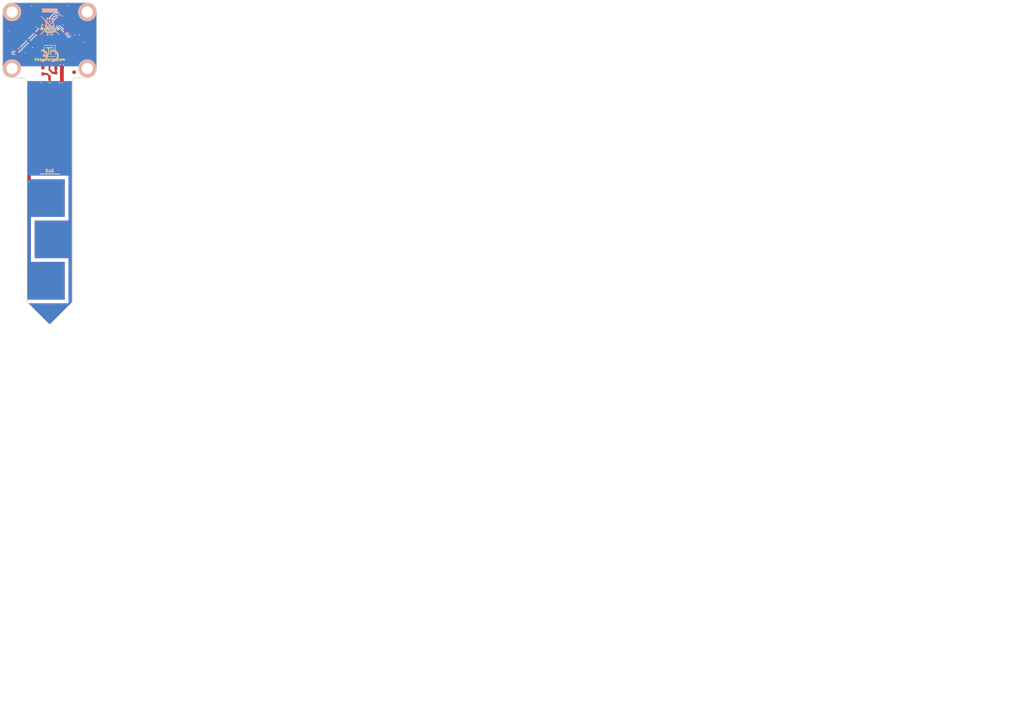
<source format=kicad_pcb>
(kicad_pcb (version 20221018) (generator pcbnew)
  (title_block (title "Moisture Bricklet") (rev "1.1") (company "Tinkerforge GmbH") (comment 1 "Licensed under CERN OHL v.1.1") (comment 2 "Copyright (©) 2014, B.Nordmeyer <bastian@tinkerforge.com>"))
  (layers (0 "F.Cu" signal) (31 "B.Cu" signal) (34 "B.Paste" user) (35 "F.Paste" user) (36 "B.SilkS" user "B.Silkscreen") (37 "F.SilkS" user "F.Silkscreen") (38 "B.Mask" user) (39 "F.Mask" user) (44 "Edge.Cuts" user))
  (net 0 "")
  (net 1 "GND")
  (net 2 "VCC")
  (net 3 "Net-(P1-Pad4)")
  (net 4 "Net-(P1-Pad5)")
  (net 5 "Net-(P1-Pad6)")
  (net 6 "Net-(C2-Pad1)")
  (net 7 "Net-(C5-Pad1)")
  (net 8 "Net-(D1-Pad1)")
  (net 9 "RESET")
  (net 10 "CLK")
  (net 11 "Net-(C3-Pad1)")
  (net 12 "Net-(R3-Pad1)")
  (net 13 "Net-(P1-Pad1)")
  (net 14 "Net-(P1-Pad10)")
  (net 15 "Net-(U1-Pad7)")
  (footprint "kicad-libraries:Logo_31x31" (layer "F.Cu") (at 134.425 78.375)
    (fp_text reference "G***" hide)
    (fp_text value "Logo_31x31" hide)
  )
  (footprint "kicad-libraries:SOD-123" (layer "F.Cu") (at 135.95 85.25 90)
    (fp_text reference "D1")
    (fp_text value "B0520LW")
    (pad "1" smd rect (at -1.84912 0 90) (size 1.19888 0.70104) (layers "F.Cu" "F.Paste" "F.Mask") (net 8 "Net-(D1-Pad1)") (clearance 0.14986))
    (pad "2" smd rect (at 1.84912 0 90) (size 1.19888 0.70104) (layers "F.Cu" "F.Paste" "F.Mask") (net 6 "Net-(C2-Pad1)") (clearance 0.14986))
  )
  (footprint "kicad-libraries:CON-SENSOR" (layer "F.Cu") (at 136 67.1 180)
    (fp_text reference "P1")
    (fp_text value "CON-SENSOR")
    (pad "1" smd rect (at -4.50088 -4.7752 180) (size 0.59944 1.5494) (layers "F.Cu" "F.Paste" "F.Mask") (net 13 "Net-(P1-Pad1)"))
    (pad "2" smd rect (at -3.50012 -4.7752 180) (size 0.59944 1.5494) (layers "F.Cu" "F.Paste" "F.Mask") (net 1 "GND"))
    (pad "3" smd rect (at -2.49936 -4.7752 180) (size 0.59944 1.5494) (layers "F.Cu" "F.Paste" "F.Mask") (net 2 "VCC"))
    (pad "4" smd rect (at -1.50114 -4.7752 180) (size 0.59944 1.5494) (layers "F.Cu" "F.Paste" "F.Mask") (net 3 "Net-(P1-Pad4)"))
    (pad "5" smd rect (at -0.50038 -4.7752 180) (size 0.59944 1.5494) (layers "F.Cu" "F.Paste" "F.Mask") (net 4 "Net-(P1-Pad5)"))
    (pad "6" smd rect (at 0.50038 -4.7752 180) (size 0.59944 1.5494) (layers "F.Cu" "F.Paste" "F.Mask") (net 5 "Net-(P1-Pad6)"))
    (pad "7" smd rect (at 1.50114 -4.7752 180) (size 0.59944 1.5494) (layers "F.Cu" "F.Paste" "F.Mask") (net 6 "Net-(C2-Pad1)"))
    (pad "8" smd rect (at 2.49936 -4.7752 180) (size 0.59944 1.5494) (layers "F.Cu" "F.Paste" "F.Mask") (net 9 "RESET"))
    (pad "9" smd rect (at 3.50012 -4.7752 180) (size 0.59944 1.5494) (layers "F.Cu" "F.Paste" "F.Mask") (net 1 "GND"))
    (pad "10" smd rect (at 4.50088 -4.7752 180) (size 0.59944 1.5494) (layers "F.Cu" "F.Paste" "F.Mask") (net 14 "Net-(P1-Pad10)"))
    (pad "EP" smd rect (at -5.79882 -0.89916 180) (size 1.19888 1.80086) (layers "F.Cu" "F.Paste" "F.Mask") (net 1 "GND"))
    (pad "EP" smd rect (at 5.79882 -0.89916 180) (size 1.19888 1.80086) (layers "F.Cu" "F.Paste" "F.Mask") (net 1 "GND"))
  )
  (footprint "kicad-libraries:con" (layer "F.Cu") (at 136 88.45)
    (fp_text reference "P2" (at 0 0) (layer "F.SilkS") (effects (font (size 0.127 0.127) (thickness 0.03175))))
    (fp_text value "CONN_1" (at 0 0) (layer "F.SilkS") (effects (font (size 0.127 0.127) (thickness 0.03175))))
    (pad "1" smd rect (at 0 0) (size 0.3 0.3) (layers "F.Cu" "F.Paste" "F.Mask") (net 8 "Net-(D1-Pad1)"))
  )
  (footprint "kicad-libraries:con" (layer "F.Cu") (at 139.25 88.45)
    (fp_text reference "P3" (at 0 0) (layer "F.SilkS") (effects (font (size 0.127 0.127) (thickness 0.03175))))
    (fp_text value "CONN_1" (at 0 0) (layer "F.SilkS") (effects (font (size 0.127 0.127) (thickness 0.03175))))
    (pad "1" smd rect (at 0 0) (size 0.3 0.3) (layers "F.Cu" "F.Paste" "F.Mask") (net 1 "GND"))
  )
  (footprint "kicad-libraries:SOIC8" (layer "F.Cu") (at 142 77.1 180)
    (fp_text reference "U1")
    (fp_text value "M24C64")
    (pad "1" smd rect (at -1.90246 2.69748) (size 0.59944 1.5494) (layers "F.Cu" "F.Paste" "F.Mask") (net 1 "GND"))
    (pad "2" smd rect (at -0.63246 2.69748) (size 0.59944 1.5494) (layers "F.Cu" "F.Paste" "F.Mask") (net 1 "GND"))
    (pad "3" smd rect (at 0.63246 2.69748) (size 0.59944 1.5494) (layers "F.Cu" "F.Paste" "F.Mask") (net 5 "Net-(P1-Pad6)"))
    (pad "4" smd rect (at 1.90246 2.69748) (size 0.59944 1.5494) (layers "F.Cu" "F.Paste" "F.Mask") (net 1 "GND"))
    (pad "5" smd rect (at 1.90246 -2.69748 180) (size 0.59944 1.5494) (layers "F.Cu" "F.Paste" "F.Mask") (net 4 "Net-(P1-Pad5)"))
    (pad "6" smd rect (at 0.63246 -2.69748 180) (size 0.59944 1.5494) (layers "F.Cu" "F.Paste" "F.Mask") (net 3 "Net-(P1-Pad4)"))
    (pad "7" smd rect (at -0.63246 -2.69748 180) (size 0.59944 1.5494) (layers "F.Cu" "F.Paste" "F.Mask") (net 15 "Net-(U1-Pad7)"))
    (pad "8" smd rect (at -1.90246 -2.69748 180) (size 0.59944 1.5494) (layers "F.Cu" "F.Paste" "F.Mask") (net 2 "VCC"))
  )
  (footprint "kicad-libraries:SOIC8" (layer "F.Cu") (at 130 77.1 90)
    (fp_text reference "U2")
    (fp_text value "ICM7555")
    (pad "1" smd rect (at -1.90246 2.69748 270) (size 0.59944 1.5494) (layers "F.Cu" "F.Paste" "F.Mask") (net 1 "GND"))
    (pad "2" smd rect (at -0.63246 2.69748 270) (size 0.59944 1.5494) (layers "F.Cu" "F.Paste" "F.Mask") (net 11 "Net-(C3-Pad1)"))
    (pad "3" smd rect (at 0.63246 2.69748 270) (size 0.59944 1.5494) (layers "F.Cu" "F.Paste" "F.Mask") (net 10 "CLK"))
    (pad "4" smd rect (at 1.90246 2.69748 270) (size 0.59944 1.5494) (layers "F.Cu" "F.Paste" "F.Mask") (net 9 "RESET"))
    (pad "5" smd rect (at 1.90246 -2.69748 90) (size 0.59944 1.5494) (layers "F.Cu" "F.Paste" "F.Mask") (net 7 "Net-(C5-Pad1)"))
    (pad "6" smd rect (at 0.63246 -2.69748 90) (size 0.59944 1.5494) (layers "F.Cu" "F.Paste" "F.Mask") (net 11 "Net-(C3-Pad1)"))
    (pad "7" smd rect (at -0.63246 -2.69748 90) (size 0.59944 1.5494) (layers "F.Cu" "F.Paste" "F.Mask") (net 12 "Net-(R3-Pad1)"))
    (pad "8" smd rect (at -1.90246 -2.69748 90) (size 0.59944 1.5494) (layers "F.Cu" "F.Paste" "F.Mask") (net 2 "VCC"))
  )
  (footprint "kicad-libraries:DRILL_NP" (layer "F.Cu") (at 146 69.6)
    (fp_text reference "U3" hide)
    (fp_text value "DRILL" hide)
    (pad "" np_thru_hole circle (at 0 0) (size 2.99974 2.99974) (drill 2.99974) (layers "*.Cu" "*.Mask" "F.SilkS") (clearance 0.89916))
  )
  (footprint "kicad-libraries:DRILL_NP" (layer "F.Cu") (at 126 69.6)
    (fp_text reference "U4" hide)
    (fp_text value "DRILL" hide)
    (pad "" np_thru_hole circle (at 0 0) (size 2.99974 2.99974) (drill 2.99974) (layers "*.Cu" "*.Mask" "F.SilkS") (clearance 0.89916))
  )
  (footprint "kicad-libraries:DRILL_NP" (layer "F.Cu") (at 146 84.6)
    (fp_text reference "U5" hide)
    (fp_text value "DRILL" hide)
    (pad "" np_thru_hole circle (at 0 0) (size 2.99974 2.99974) (drill 2.99974) (layers "*.Cu" "*.Mask" "F.SilkS") (clearance 0.89916))
  )
  (footprint "kicad-libraries:DRILL_NP" (layer "F.Cu") (at 126 84.6)
    (fp_text reference "U6" hide)
    (fp_text value "DRILL" hide)
    (pad "" np_thru_hole circle (at 0 0) (size 2.99974 2.99974) (drill 2.99974) (layers "*.Cu" "*.Mask" "F.SilkS") (clearance 0.89916))
  )
  (footprint "kicad-libraries:Fiducial_Mark" (layer "F.Cu") (at 129 72.6)
    (fp_text reference "Fiducial_Mark" hide)
    (fp_text value "VAL**" hide)
    (pad "1" smd circle (at 0 0) (size 1.00076 1.00076) (layers "F.Cu" "F.Paste" "F.Mask") (clearance 0.65024))
  )
  (footprint "kicad-libraries:Fiducial_Mark" (layer "F.Cu") (at 142.5 85.6)
    (fp_text reference "Fiducial_Mark" hide)
    (fp_text value "VAL**" hide)
    (pad "1" smd circle (at 0 0) (size 1.00076 1.00076) (layers "F.Cu" "F.Paste" "F.Mask") (clearance 0.65024))
  )
  (footprint "kicad-libraries:C0603" (layer "F.Cu") (at 145.25 79.3 90)
    (fp_text reference "C1")
    (fp_text value "100nF")
    (pad "1" smd rect (at -0.8001 0 90) (size 0.8001 0.8001) (layers "F.Cu" "F.Paste" "F.Mask") (net 2 "VCC"))
    (pad "2" smd rect (at 0.8001 0 90) (size 0.8001 0.8001) (layers "F.Cu" "F.Paste" "F.Mask") (net 1 "GND"))
  )
  (footprint "kicad-libraries:C0603" (layer "F.Cu") (at 138.45 85.8)
    (fp_text reference "C2")
    (fp_text value "1µF")
    (pad "1" smd rect (at -0.8001 0) (size 0.8001 0.8001) (layers "F.Cu" "F.Paste" "F.Mask") (net 6 "Net-(C2-Pad1)"))
    (pad "2" smd rect (at 0.8001 0) (size 0.8001 0.8001) (layers "F.Cu" "F.Paste" "F.Mask") (net 1 "GND"))
  )
  (footprint "kicad-libraries:C0603" (layer "F.Cu") (at 125.3 76 90)
    (fp_text reference "C3")
    (fp_text value "100pF")
    (pad "1" smd rect (at -0.8001 0 90) (size 0.8001 0.8001) (layers "F.Cu" "F.Paste" "F.Mask") (net 11 "Net-(C3-Pad1)"))
    (pad "2" smd rect (at 0.8001 0 90) (size 0.8001 0.8001) (layers "F.Cu" "F.Paste" "F.Mask") (net 1 "GND"))
  )
  (footprint "kicad-libraries:C0603" (layer "F.Cu") (at 128.1 80.45 180)
    (fp_text reference "C4")
    (fp_text value "100nF")
    (pad "1" smd rect (at -0.8001 0 180) (size 0.8001 0.8001) (layers "F.Cu" "F.Paste" "F.Mask") (net 1 "GND"))
    (pad "2" smd rect (at 0.8001 0 180) (size 0.8001 0.8001) (layers "F.Cu" "F.Paste" "F.Mask") (net 2 "VCC"))
  )
  (footprint "kicad-libraries:C0603" (layer "F.Cu") (at 126.1 73.9 180)
    (fp_text reference "C5")
    (fp_text value "10nF")
    (pad "1" smd rect (at -0.8001 0 180) (size 0.8001 0.8001) (layers "F.Cu" "F.Paste" "F.Mask") (net 7 "Net-(C5-Pad1)"))
    (pad "2" smd rect (at 0.8001 0 180) (size 0.8001 0.8001) (layers "F.Cu" "F.Paste" "F.Mask") (net 1 "GND"))
  )
  (footprint "kicad-libraries:R0603" (layer "F.Cu") (at 138.45 84.5 180)
    (fp_text reference "R1")
    (fp_text value "470k")
    (pad "1" smd rect (at -0.8001 0 180) (size 0.8001 0.8001) (layers "F.Cu" "F.Paste" "F.Mask") (net 1 "GND"))
    (pad "2" smd rect (at 0.8001 0 180) (size 0.8001 0.8001) (layers "F.Cu" "F.Paste" "F.Mask") (net 6 "Net-(C2-Pad1)"))
  )
  (footprint "kicad-libraries:R0603" (layer "F.Cu") (at 134.2 85.25 -90)
    (fp_text reference "R2")
    (fp_text value "4k7")
    (pad "1" smd rect (at -0.8001 0 270) (size 0.8001 0.8001) (layers "F.Cu" "F.Paste" "F.Mask") (net 10 "CLK"))
    (pad "2" smd rect (at 0.8001 0 270) (size 0.8001 0.8001) (layers "F.Cu" "F.Paste" "F.Mask") (net 8 "Net-(D1-Pad1)"))
  )
  (footprint "kicad-libraries:R0603" (layer "F.Cu") (at 125.3 78.9 -90)
    (fp_text reference "R3")
    (fp_text value "10k")
    (pad "1" smd rect (at -0.8001 0 270) (size 0.8001 0.8001) (layers "F.Cu" "F.Paste" "F.Mask") (net 12 "Net-(R3-Pad1)"))
    (pad "2" smd rect (at 0.8001 0 270) (size 0.8001 0.8001) (layers "F.Cu" "F.Paste" "F.Mask") (net 2 "VCC"))
  )
  (footprint "kicad-libraries:R0603" (layer "F.Cu") (at 134.55 77.1 90)
    (fp_text reference "R4")
    (fp_text value "7.5k")
    (pad "1" smd rect (at -0.8001 0 90) (size 0.8001 0.8001) (layers "F.Cu" "F.Paste" "F.Mask") (net 11 "Net-(C3-Pad1)"))
    (pad "2" smd rect (at 0.8001 0 90) (size 0.8001 0.8001) (layers "F.Cu" "F.Paste" "F.Mask") (net 10 "CLK"))
  )
  (footprint "kicad-libraries:WEEE_7mm" (layer "B.Cu") (at 136.05 72.2)
    (fp_text reference "VAL" hide)
    (fp_text value "WEEE_7mm" hide)
  )
  (footprint "kicad-libraries:CE_5mm" (layer "B.Cu") (at 136.05 81.2 180)
    (fp_text reference "VAL" hide)
    (fp_text value "CE_5mm" hide)
  )
  (gr_line (start 133.4 112.65) (end 138.6 112.65) (stroke (width 0.2)) (layer "B.SilkS"))
  (gr_line (start 134 112.65) (end 138 112.65) (stroke (width 0.2)) (layer "F.SilkS"))
  (gr_line (start 138 112.65) (end 138.6 112.65) (stroke (width 0.2)) (layer "F.SilkS"))
  (gr_line (start 134 112.65) (end 133.4 112.65) (stroke (width 0.2)) (layer "F.SilkS"))
  (gr_line (start 135.65 152.45) (end 130 146.8) (stroke (width 0.15)) (layer "Edge.Cuts"))
  (gr_arc (start 148.5 84.6) (mid 147.767767 86.367767) (end 146 87.1) (stroke (width 0.15)) (layer "Edge.Cuts"))
  (gr_line (start 130 146.8) (end 130 88.1) (stroke (width 0.15)) (layer "Edge.Cuts"))
  (gr_arc (start 142 88.1) (mid 142.292893 87.392893) (end 143 87.1) (stroke (width 0.15)) (layer "Edge.Cuts"))
  (gr_arc (start 136.35 152.45) (mid 136 152.594975) (end 135.65 152.45) (stroke (width 0.15)) (layer "Edge.Cuts"))
  (gr_line (start 136.35 152.45) (end 142 146.8) (stroke (width 0.15)) (layer "Edge.Cuts"))
  (gr_line (start 148.5 84.6) (end 148.5 69.6) (stroke (width 0.15)) (layer "Edge.Cuts"))
  (gr_arc (start 123.5 69.6) (mid 124.232233 67.832233) (end 126 67.1) (stroke (width 0.15)) (layer "Edge.Cuts"))
  (gr_line (start 126 87.1) (end 129 87.1) (stroke (width 0.15)) (layer "Edge.Cuts"))
  (gr_line (start 143 87.1) (end 146 87.1) (stroke (width 0.15)) (layer "Edge.Cuts"))
  (gr_line (start 142 88.1) (end 142 146.8) (stroke (width 0.15)) (layer "Edge.Cuts"))
  (gr_arc (start 126 87.1) (mid 124.232233 86.367767) (end 123.5 84.6) (stroke (width 0.15)) (layer "Edge.Cuts"))
  (gr_line (start 123.5 69.6) (end 123.5 84.6) (stroke (width 0.15)) (layer "Edge.Cuts"))
  (gr_arc (start 129 87.1) (mid 129.707107 87.392893) (end 130 88.1) (stroke (width 0.15)) (layer "Edge.Cuts"))
  (gr_arc (start 146 67.1) (mid 147.767767 67.832233) (end 148.5 69.6) (stroke (width 0.15)) (layer "Edge.Cuts"))
  (gr_line (start 146 67.1) (end 126 67.1) (stroke (width 0.15)) (layer "Edge.Cuts"))
  (gr_text "Soil" (at 136 111.9) (layer "B.SilkS") (effects (font (size 0.8 0.8)) (justify mirror)))
  (gr_text "tinkerforge.com" (at 136.05 82.225) (layer "F.SilkS") (effects (font (size 0.7 0.7))))
  (gr_text "Moisture\n1.1" (at 136 74.7) (layer "F.SilkS") (effects (font (size 0.8 0.8))))
  (gr_text "Soil" (at 136 111.85) (layer "F.SilkS") (effects (font (size 0.8 0.8))))
  (segment (start 139.2501 84.0501) (end 138.8 83.6) (width 1) (layer "F.Cu") (net 1))
  (segment (start 139.2501 84.0499) (end 139.7 83.6) (width 1) (layer "F.Cu") (net 1))
  (segment (start 139.2501 88.4499) (end 139.25 88.45) (width 0.5) (layer "F.Cu") (net 1))
  (segment (start 139.50012 73.04988) (end 139.5 73.05) (width 0.5) (layer "F.Cu") (net 1))
  (segment (start 139.50012 70.70012) (end 139.5 70.7) (width 0.5) (layer "F.Cu") (net 1))
  (segment (start 142.63246 75.63246) (end 142.65 75.65) (width 0.5) (layer "F.Cu") (net 1))
  (segment (start 143.90246 75.64754) (end 143.9 75.65) (width 0.254) (layer "F.Cu") (net 1))
  (segment (start 140.09754 73.64754) (end 139.5 73.05) (width 0.5) (layer "F.Cu") (net 1))
  (segment (start 125.3 73.9001) (end 125.2999 73.9) (width 0.5) (layer "F.Cu") (net 1))
  (segment (start 131.50246 79.00246) (end 131.5 79) (width 0.5) (layer "F.Cu") (net 1))
  (segment (start 131.25 68) (end 131.24916 67.99916) (width 0.254) (layer "F.Cu") (net 1))
  (segment (start 131.24916 67.99916) (end 130.20118 67.99916) (width 0.254) (layer "F.Cu") (net 1))
  (segment (start 140.75 68) (end 140.75084 67.99916) (width 0.254) (layer "F.Cu") (net 1))
  (segment (start 140.75084 67.99916) (end 141.79882 67.99916) (width 0.254) (layer "F.Cu") (net 1))
  (segment (start 132.49988 73.69988) (end 132.5 73.7) (width 0.254) (layer "F.Cu") (net 1))
  (segment (start 139.2501 85.8) (end 139.2501 88.4499) (width 1) (layer "F.Cu") (net 1))
  (segment (start 145.25 78.4999) (end 145.25 77.65) (width 0.5) (layer "F.Cu") (net 1))
  (segment (start 139.2501 84.0499) (end 139.2501 84.5) (width 1) (layer "F.Cu") (net 1))
  (segment (start 131.50246 79.00246) (end 132.69748 79.00246) (width 0.5) (layer "F.Cu") (net 1))
  (segment (start 142.63246 74.40252) (end 142.63246 75.63246) (width 0.5) (layer "F.Cu") (net 1))
  (segment (start 125.3 73.9001) (end 125.3 74.55) (width 0.5) (layer "F.Cu") (net 1))
  (segment (start 139.50012 71.8752) (end 139.50012 73.04988) (width 0.5) (layer "F.Cu") (net 1))
  (segment (start 139.2501 85.8) (end 139.2501 84.5) (width 1) (layer "F.Cu") (net 1))
  (segment (start 132.49988 71.8752) (end 132.49988 73.69988) (width 0.254) (layer "F.Cu") (net 1))
  (segment (start 125.3 74.55) (end 125.3 75.1999) (width 0.5) (layer "F.Cu") (net 1))
  (segment (start 139.2501 84.5) (end 139.2501 84.0501) (width 1) (layer "F.Cu") (net 1))
  (segment (start 138.5 88.45) (end 139.25 88.45) (width 0.5) (layer "F.Cu") (net 1))
  (segment (start 139.50012 71.8752) (end 139.50012 70.70012) (width 0.5) (layer "F.Cu") (net 1))
  (segment (start 140.09754 74.40252) (end 140.09754 73.64754) (width 0.254) (layer "F.Cu") (net 1))
  (segment (start 129.55 80.45) (end 128.9001 80.45) (width 0.5) (layer "F.Cu") (net 1))
  (segment (start 143.90246 75.64754) (end 143.90246 74.40252) (width 0.5) (layer "F.Cu") (net 1))
  (via (at 145.25 77.65) (size 0.7) (drill 0.25) (layers "F.Cu" "B.Cu") (net 1))
  (via (at 132.5 73.7) (size 0.7) (drill 0.25) (layers "F.Cu" "B.Cu") (net 1))
  (via (at 140.75 68) (size 0.7) (drill 0.25) (layers "F.Cu" "B.Cu") (net 1))
  (via (at 131.25 68) (size 0.7) (drill 0.25) (layers "F.Cu" "B.Cu") (net 1))
  (via (at 131.5 79) (size 0.7) (drill 0.25) (layers "F.Cu" "B.Cu") (net 1))
  (via (at 138.8 83.6) (size 0.7) (drill 0.25) (layers "F.Cu" "B.Cu") (net 1))
  (via (at 129.55 80.45) (size 0.7) (drill 0.25) (layers "F.Cu" "B.Cu") (net 1))
  (via (at 142.65 75.65) (size 0.7) (drill 0.25) (layers "F.Cu" "B.Cu") (net 1))
  (via (at 143.9 75.65) (size 0.7) (drill 0.25) (layers "F.Cu" "B.Cu") (net 1))
  (via (at 139.5 70.7) (size 0.7) (drill 0.25) (layers "F.Cu" "B.Cu") (net 1))
  (via (at 138.5 88.45) (size 0.7) (drill 0.25) (layers "F.Cu" "B.Cu") (net 1))
  (via (at 139.7 83.6) (size 0.7) (drill 0.25) (layers "F.Cu" "B.Cu") (net 1))
  (via (at 133.5 88.45) (size 0.7) (drill 0.25) (layers "F.Cu" "B.Cu") (net 1))
  (via (at 139.5 73.05) (size 0.7) (drill 0.25) (layers "F.Cu" "B.Cu") (net 1))
  (via (at 125.3 74.55) (size 0.7) (drill 0.25) (layers "F.Cu" "B.Cu") (net 1))
  (segment (start 142.65 74.95) (end 140.75 73.05) (width 0.254) (layer "B.Cu") (net 1))
  (segment (start 140.75 73.05) (end 139.5 73.05) (width 0.254) (layer "B.Cu") (net 1))
  (segment (start 145.25 77) (end 143.9 75.65) (width 0.254) (layer "B.Cu") (net 1))
  (segment (start 145.25 78.05) (end 139.7 83.6) (width 0.254) (layer "B.Cu") (net 1))
  (segment (start 136.1 83.6) (end 131.5 79) (width 0.254) (layer "B.Cu") (net 1))
  (segment (start 131 79) (end 129.55 80.45) (width 0.254) (layer "B.Cu") (net 1))
  (segment (start 127 74.55) (end 131.25 70.3) (width 0.254) (layer "B.Cu") (net 1))
  (segment (start 131.25 70.3) (end 131.25 68) (width 0.254) (layer "B.Cu") (net 1))
  (segment (start 139.5 69.25) (end 140.75 68) (width 0.254) (layer "B.Cu") (net 1))
  (segment (start 139.5 70.7) (end 139.5 69.25) (width 0.254) (layer "B.Cu") (net 1))
  (segment (start 145.25 77.65) (end 145.25 77) (width 0.254) (layer "B.Cu") (net 1))
  (segment (start 131.25 68) (end 140.75 68) (width 0.254) (layer "B.Cu") (net 1))
  (segment (start 133.5 88.45) (end 138.5 88.45) (width 0.5) (layer "B.Cu") (net 1))
  (segment (start 142.65 75.65) (end 143.9 75.65) (width 0.254) (layer "B.Cu") (net 1))
  (segment (start 131.5 79) (end 131 79) (width 0.254) (layer "B.Cu") (net 1))
  (segment (start 142.65 75.65) (end 142.65 74.95) (width 0.254) (layer "B.Cu") (net 1))
  (segment (start 125.3 74.55) (end 127 74.55) (width 0.254) (layer "B.Cu") (net 1))
  (segment (start 138.8 83.6) (end 136.1 83.6) (width 0.254) (layer "B.Cu") (net 1))
  (segment (start 145.25 77.65) (end 145.25 78.05) (width 0.254) (layer "B.Cu") (net 1))
  (segment (start 127.30252 80.44738) (end 127.2999 80.45) (width 0.5) (layer "F.Cu") (net 2))
  (segment (start 126.49754 79.00246) (end 125.7999 79.7001) (width 0.5) (layer "F.Cu") (net 2))
  (segment (start 125.7999 79.7001) (end 125.3 79.7001) (width 0.5) (layer "F.Cu") (net 2))
  (segment (start 144.20508 80.1001) (end 143.90246 79.79748) (width 0.5) (layer "F.Cu") (net 2))
  (segment (start 138.5 70.25) (end 138.49936 70.25064) (width 0.5) (layer "F.Cu") (net 2))
  (segment (start 138.49936 70.25064) (end 138.49936 71.8752) (width 0.5) (layer "F.Cu") (net 2))
  (segment (start 146.1999 80.1001) (end 146.7 79.6) (width 0.5) (layer "F.Cu") (net 2))
  (segment (start 146.7 79.6) (end 146.7 74.9) (width 0.5) (layer "F.Cu") (net 2))
  (segment (start 146.7 74.9) (end 141.2 69.4) (width 0.5) (layer "F.Cu") (net 2))
  (segment (start 141.2 69.4) (end 139.35 69.4) (width 0.5) (layer "F.Cu") (net 2))
  (segment (start 139.35 69.4) (end 138.5 70.25) (width 0.5) (layer "F.Cu") (net 2))
  (segment (start 127.30252 79.00246) (end 126.49754 79.00246) (width 0.5) (layer "F.Cu") (net 2))
  (segment (start 127.30252 79.00246) (end 127.30252 80.44738) (width 0.5) (layer "F.Cu") (net 2))
  (segment (start 127.2999 80.45) (end 126.45 80.45) (width 0.5) (layer "F.Cu") (net 2))
  (segment (start 145.25 80.1001) (end 144.20508 80.1001) (width 0.5) (layer "F.Cu") (net 2))
  (segment (start 145.25 80.1001) (end 146.1999 80.1001) (width 0.5) (layer "F.Cu") (net 2))
  (via (at 126.45 80.45) (size 0.7) (drill 0.25) (layers "F.Cu" "B.Cu") (net 2))
  (via (at 138.5 70.25) (size 0.7) (drill 0.25) (layers "F.Cu" "B.Cu") (net 2))
  (segment (start 127.15 80.45) (end 137.35 70.25) (width 0.5) (layer "B.Cu") (net 2))
  (segment (start 137.35 70.25) (end 138.5 70.25) (width 0.5) (layer "B.Cu") (net 2))
  (segment (start 126.45 80.45) (end 127.15 80.45) (width 0.5) (layer "B.Cu") (net 2))
  (segment (start 141.36754 78.11754) (end 137.50114 74.25114) (width 0.254) (layer "F.Cu") (net 3))
  (segment (start 137.50114 74.25114) (end 137.50114 71.8752) (width 0.254) (layer "F.Cu") (net 3))
  (segment (start 141.36754 79.79748) (end 141.36754 78.11754) (width 0.254) (layer "F.Cu") (net 3))
  (segment (start 136.50038 74.30038) (end 140.09754 77.89754) (width 0.254) (layer "F.Cu") (net 4))
  (segment (start 140.09754 77.89754) (end 140.09754 79.79748) (width 0.254) (layer "F.Cu") (net 4))
  (segment (start 136.50038 71.8752) (end 136.50038 74.30038) (width 0.254) (layer "F.Cu") (net 4))
  (segment (start 141.36754 75.58246) (end 141.05 75.9) (width 0.254) (layer "F.Cu") (net 5))
  (segment (start 135.5 73.6) (end 135.49962 73.59962) (width 0.254) (layer "F.Cu") (net 5))
  (segment (start 135.49962 73.59962) (end 135.49962 71.8752) (width 0.254) (layer "F.Cu") (net 5))
  (segment (start 141.36754 74.40252) (end 141.36754 75.58246) (width 0.254) (layer "F.Cu") (net 5))
  (via (at 141.05 75.9) (size 0.7) (drill 0.25) (layers "F.Cu" "B.Cu") (net 5))
  (via (at 135.5 73.6) (size 0.7) (drill 0.25) (layers "F.Cu" "B.Cu") (net 5))
  (segment (start 141.05 75.9) (end 138.75 73.6) (width 0.254) (layer "B.Cu") (net 5))
  (segment (start 138.75 73.6) (end 135.5 73.6) (width 0.254) (layer "B.Cu") (net 5))
  (segment (start 137.6499 77.3499) (end 134.49886 74.19886) (width 0.5) (layer "F.Cu") (net 6))
  (segment (start 134.49886 74.19886) (end 134.49886 71.8752) (width 0.5) (layer "F.Cu") (net 6))
  (segment (start 137.5999 85.85) (end 137.6499 85.8) (width 0.5) (layer "F.Cu") (net 6))
  (segment (start 136.8 85.8) (end 135.95 84.95) (width 0.5) (layer "F.Cu") (net 6))
  (segment (start 135.95 84.95) (end 135.95 83.40088) (width 0.5) (layer "F.Cu") (net 6))
  (segment (start 137.6499 85.8) (end 136.8 85.8) (width 0.5) (layer "F.Cu") (net 6))
  (segment (start 137.6499 84.5) (end 137.6499 77.3499) (width 0.5) (layer "F.Cu") (net 6))
  (segment (start 137.6499 85.8) (end 137.6499 84.5) (width 0.5) (layer "F.Cu") (net 6))
  (segment (start 126.9001 74.79512) (end 127.30252 75.19754) (width 0.5) (layer "F.Cu") (net 7))
  (segment (start 126.9001 73.9) (end 126.9001 74.79512) (width 0.5) (layer "F.Cu") (net 7))
  (segment (start 136 105.8) (end 130.5 111.3) (width 1) (layer "F.Cu") (net 8))
  (segment (start 130.5 111.3) (end 130.5 114.85) (width 1) (layer "F.Cu") (net 8))
  (segment (start 130.5 117.4) (end 130.5 145.2) (width 1) (layer "F.Cu") (net 8))
  (segment (start 133.15 117.4) (end 134.1 118.35) (width 1) (layer "F.Cu") (net 8))
  (segment (start 130.5 114.85) (end 130.5 117.4) (width 1) (layer "F.Cu") (net 8))
  (segment (start 136 87.14912) (end 135.95 87.09912) (width 0.5) (layer "F.Cu") (net 8))
  (segment (start 135.95 86.7) (end 135.3001 86.0501) (width 0.5) (layer "F.Cu") (net 8))
  (segment (start 135.3001 86.0501) (end 134.2 86.0501) (width 0.5) (layer "F.Cu") (net 8))
  (segment (start 135.95 87.09912) (end 135.95 86.7) (width 0.5) (layer "F.Cu") (net 8))
  (segment (start 130.5 117.4) (end 133.15 117.4) (width 1) (layer "F.Cu") (net 8))
  (segment (start 136 88.45) (end 136 87.14912) (width 0.5) (layer "F.Cu") (net 8))
  (segment (start 136 88.45) (end 136 105.8) (width 1) (layer "F.Cu") (net 8))
  (via (at 130.5 114.85) (size 0.889) (drill 0.25) (layers "F.Cu" "B.Cu") (net 8))
  (segment (start 133.50064 74.39438) (end 132.69748 75.19754) (width 0.5) (layer "F.Cu") (net 9))
  (segment (start 133.50064 71.8752) (end 133.50064 74.39438) (width 0.5) (layer "F.Cu") (net 9))
  (segment (start 133.46754 76.46754) (end 132.69748 76.46754) (width 0.5) (layer "F.Cu") (net 10))
  (segment (start 133.46754 76.46754) (end 132.69748 76.46754) (width 0.5) (layer "F.Cu") (net 10))
  (segment (start 134.38236 76.46754) (end 134.55 76.2999) (width 0.5) (layer "F.Cu") (net 10))
  (segment (start 134.2 81.45) (end 135.9 79.75) (width 0.5) (layer "F.Cu") (net 10))
  (segment (start 135.9 79.75) (end 135.9 76.9) (width 0.5) (layer "F.Cu") (net 10))
  (segment (start 135.9 76.9) (end 135.2999 76.2999) (width 0.5) (layer "F.Cu") (net 10))
  (segment (start 135.2999 76.2999) (end 134.55 76.2999) (width 0.5) (layer "F.Cu") (net 10))
  (segment (start 134.2 84.4499) (end 134.2 81.45) (width 0.5) (layer "F.Cu") (net 10))
  (segment (start 132.69748 76.46754) (end 134.38236 76.46754) (width 0.5) (layer "F.Cu") (net 10))
  (segment (start 130.88246 77.73246) (end 129.61754 76.46754) (width 0.5) (layer "F.Cu") (net 11))
  (segment (start 129.61754 76.46754) (end 127.30252 76.46754) (width 0.5) (layer "F.Cu") (net 11))
  (segment (start 125.63256 76.46754) (end 125.3 76.8001) (width 0.5) (layer "F.Cu") (net 11))
  (segment (start 134.38236 77.73246) (end 134.55 77.9001) (width 0.5) (layer "F.Cu") (net 11))
  (segment (start 132.69748 77.73246) (end 130.88246 77.73246) (width 0.5) (layer "F.Cu") (net 11))
  (segment (start 132.69748 77.73246) (end 134.38236 77.73246) (width 0.5) (layer "F.Cu") (net 11))
  (segment (start 127.30252 76.46754) (end 125.63256 76.46754) (width 0.5) (layer "F.Cu") (net 11))
  (segment (start 126.46754 77.73246) (end 126.1001 78.0999) (width 0.5) (layer "F.Cu") (net 12))
  (segment (start 126.1001 78.0999) (end 125.3 78.0999) (width 0.5) (layer "F.Cu") (net 12))
  (segment (start 127.30252 77.73246) (end 126.46754 77.73246) (width 0.5) (layer "F.Cu") (net 12))
  (zone (net 8) (net_name "Net-(D1-Pad1)") (layer "F.Cu") (connect_pads (clearance 0.2)) (min_thickness 0.15) (fill yes (thermal_gap 0.508) (thermal_bridge_width 0.508))
    (polygon (pts (xy 130 114.1) (xy 140 114.1) (xy 140 124.1) (xy 130 124.1)))
  )
  (zone (net 8) (net_name "Net-(D1-Pad1)") (layer "F.Cu") (connect_pads (clearance 0.2)) (min_thickness 0.15) (fill yes (thermal_gap 0.508) (thermal_bridge_width 0.508))
    (polygon (pts (xy 130 136.1) (xy 140 136.1) (xy 140 146.1) (xy 131.3 146.1) (xy 130 146.1)))
  )
  (zone (net 1) (net_name "GND") (layer "F.Cu") (connect_pads yes (clearance 0.2)) (min_thickness 0.15) (fill yes (thermal_gap 0.508) (thermal_bridge_width 0.508))
    (polygon (pts (xy 142 146.8) (xy 136 152.8) (xy 130.3 147.1) (xy 141 147.1) (xy 141 135.1) (xy 132 135.1) (xy 132 125.1) (xy 141 125.1) (xy 141 113.1) (xy 130 113.1) (xy 130 88) (xy 142 88)))
  )
  (zone (net 1) (net_name "GND") (layer "B.Cu") (connect_pads (clearance 0.1778)) (min_thickness 0.0762) (fill yes (thermal_gap 0.1016) (thermal_bridge_width 0.1016))
    (polygon (pts (xy 123.5 67.1) (xy 148.5 67.1) (xy 148.5 84.05) (xy 123.5 84.05)))
  )
  (zone (net 8) (net_name "Net-(D1-Pad1)") (layer "B.Cu") (connect_pads (clearance 0.2)) (min_thickness 0.15) (fill yes (thermal_gap 0.508) (thermal_bridge_width 0.508))
    (polygon (pts (xy 130 114.1) (xy 140 114.1) (xy 140 124.1) (xy 131 124.1) (xy 131 136.1) (xy 140 136.1) (xy 140 146.1) (xy 130 146.1)))
  )
  (zone (net 1) (net_name "GND") (layer "B.Cu") (connect_pads yes (clearance 0.2)) (min_thickness 0.15) (fill yes (thermal_gap 0.508) (thermal_bridge_width 0.508))
    (polygon (pts (xy 130.3 147.1) (xy 136 152.8) (xy 142 146.8) (xy 142 88) (xy 130 88) (xy 130 113.1) (xy 141 113.1) (xy 141 125.1) (xy 132 125.1) (xy 132 135.1) (xy 141 135.1) (xy 141 147.1)))
  )
)
</source>
